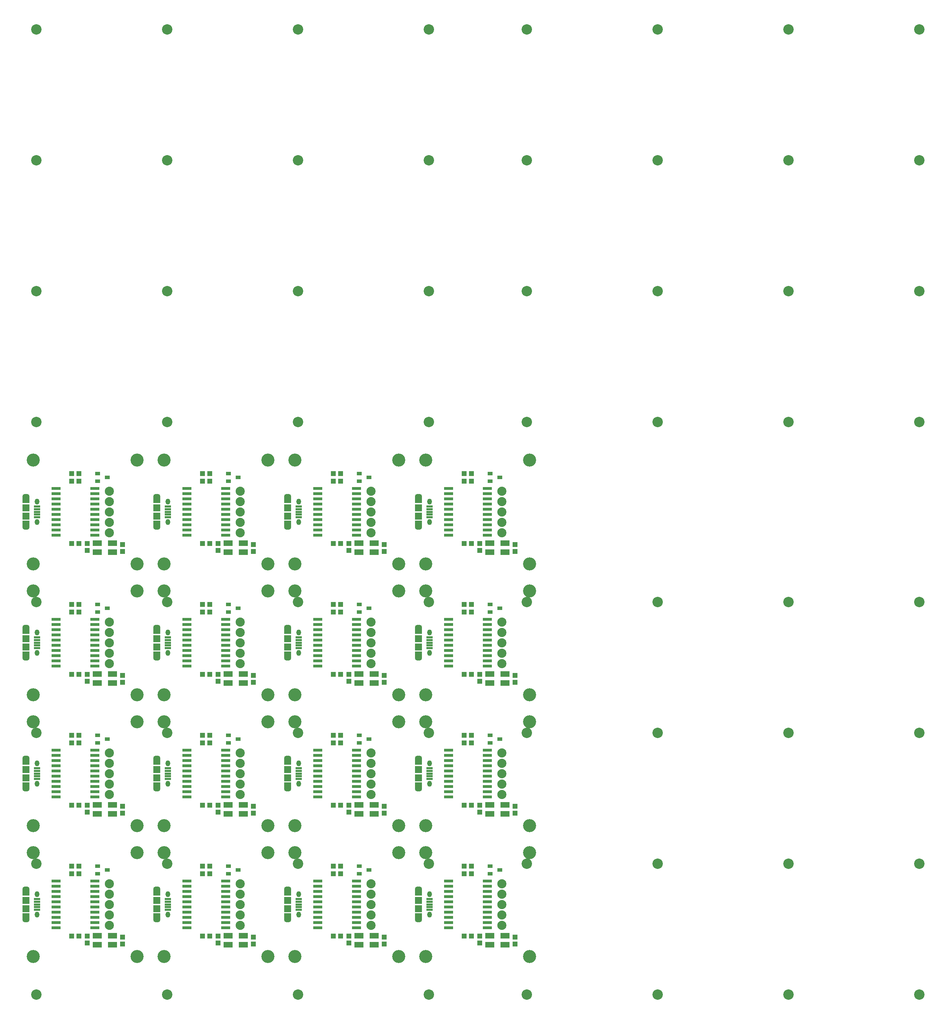
<source format=gts>
G04 DipTrace 2.3.1.0*
%INinterface_TopMask.gts*%
%MOIN*%
%ADD31C,0.1*%
%ADD32C,0.126*%
%ADD38R,0.0492X0.0335*%
%ADD40C,0.0879*%
%ADD42R,0.0689X0.0669*%
%ADD44R,0.0689X0.065*%
%ADD46O,0.0689X0.0472*%
%ADD48O,0.0453X0.0571*%
%ADD50R,0.061X0.0236*%
%ADD52R,0.0512X0.0472*%
%ADD54R,0.0472X0.0512*%
%ADD56R,0.0866X0.0551*%
%ADD58R,0.0866X0.0315*%
%FSLAX44Y44*%
G04*
G70*
G90*
G75*
G01*
%LNTopMask*%
%LPD*%
D58*
X11138Y7987D3*
Y8487D3*
Y8987D3*
Y9487D3*
Y9987D3*
Y10487D3*
Y10987D3*
Y11487D3*
Y11987D3*
Y12487D3*
X7437D3*
Y11987D3*
Y11487D3*
Y10987D3*
Y10487D3*
Y9987D3*
Y9487D3*
Y8987D3*
Y8487D3*
Y7987D3*
D56*
X12857Y7223D3*
X11401D3*
Y6357D3*
X12857D3*
D54*
X10437Y7187D3*
Y6518D3*
X13812Y6437D3*
Y7106D3*
D31*
X5512Y1575D3*
X52756D3*
Y56693D3*
D52*
X8937Y7187D3*
X9606D3*
X8937Y13187D3*
X9606D3*
D31*
X5512Y56693D3*
D50*
X5600Y10749D3*
Y10493D3*
Y10237D3*
Y9981D3*
Y9725D3*
D48*
Y11221D3*
Y9253D3*
D46*
X4537Y11713D3*
Y8761D3*
D44*
Y11428D3*
Y9046D3*
D42*
Y10631D3*
Y9843D3*
D52*
X9606Y13937D3*
X8937D3*
D40*
X12562Y12237D3*
Y11237D3*
Y10237D3*
Y9237D3*
Y8237D3*
D38*
X11437Y13937D3*
Y13189D3*
X12343Y13563D3*
D32*
X15237Y15237D3*
X5237D3*
Y5237D3*
X15237D3*
D58*
X23738Y7987D3*
Y8487D3*
Y8987D3*
Y9487D3*
Y9987D3*
Y10487D3*
Y10987D3*
Y11487D3*
Y11987D3*
Y12487D3*
X20037D3*
Y11987D3*
Y11487D3*
Y10987D3*
Y10487D3*
Y9987D3*
Y9487D3*
Y8987D3*
Y8487D3*
Y7987D3*
D56*
X25457Y7223D3*
X24001D3*
Y6357D3*
X25457D3*
D54*
X23037Y7187D3*
Y6518D3*
X26412Y6437D3*
Y7106D3*
D31*
X18112Y1575D3*
X65356D3*
Y56693D3*
D52*
X21537Y7187D3*
X22206D3*
X21537Y13187D3*
X22206D3*
D31*
X18112Y56693D3*
D50*
X18200Y10749D3*
Y10493D3*
Y10237D3*
Y9981D3*
Y9725D3*
D48*
Y11221D3*
Y9253D3*
D46*
X17137Y11713D3*
Y8761D3*
D44*
Y11428D3*
Y9046D3*
D42*
Y10631D3*
Y9843D3*
D52*
X22206Y13937D3*
X21537D3*
D40*
X25162Y12237D3*
Y11237D3*
Y10237D3*
Y9237D3*
Y8237D3*
D38*
X24037Y13937D3*
Y13189D3*
X24943Y13563D3*
D32*
X27837Y15237D3*
X17837D3*
Y5237D3*
X27837D3*
D58*
X36338Y7987D3*
Y8487D3*
Y8987D3*
Y9487D3*
Y9987D3*
Y10487D3*
Y10987D3*
Y11487D3*
Y11987D3*
Y12487D3*
X32637D3*
Y11987D3*
Y11487D3*
Y10987D3*
Y10487D3*
Y9987D3*
Y9487D3*
Y8987D3*
Y8487D3*
Y7987D3*
D56*
X38057Y7223D3*
X36601D3*
Y6357D3*
X38057D3*
D54*
X35637Y7187D3*
Y6518D3*
X39012Y6437D3*
Y7106D3*
D31*
X30712Y1575D3*
X77956D3*
Y56693D3*
D52*
X34137Y7187D3*
X34806D3*
X34137Y13187D3*
X34806D3*
D31*
X30712Y56693D3*
D50*
X30800Y10749D3*
Y10493D3*
Y10237D3*
Y9981D3*
Y9725D3*
D48*
Y11221D3*
Y9253D3*
D46*
X29737Y11713D3*
Y8761D3*
D44*
Y11428D3*
Y9046D3*
D42*
Y10631D3*
Y9843D3*
D52*
X34806Y13937D3*
X34137D3*
D40*
X37762Y12237D3*
Y11237D3*
Y10237D3*
Y9237D3*
Y8237D3*
D38*
X36637Y13937D3*
Y13189D3*
X37543Y13563D3*
D32*
X40437Y15237D3*
X30437D3*
Y5237D3*
X40437D3*
D58*
X48938Y7987D3*
Y8487D3*
Y8987D3*
Y9487D3*
Y9987D3*
Y10487D3*
Y10987D3*
Y11487D3*
Y11987D3*
Y12487D3*
X45237D3*
Y11987D3*
Y11487D3*
Y10987D3*
Y10487D3*
Y9987D3*
Y9487D3*
Y8987D3*
Y8487D3*
Y7987D3*
D56*
X50657Y7223D3*
X49201D3*
Y6357D3*
X50657D3*
D54*
X48237Y7187D3*
Y6518D3*
X51612Y6437D3*
Y7106D3*
D31*
X43312Y1575D3*
X90556D3*
Y56693D3*
D52*
X46737Y7187D3*
X47406D3*
X46737Y13187D3*
X47406D3*
D31*
X43312Y56693D3*
D50*
X43400Y10749D3*
Y10493D3*
Y10237D3*
Y9981D3*
Y9725D3*
D48*
Y11221D3*
Y9253D3*
D46*
X42337Y11713D3*
Y8761D3*
D44*
Y11428D3*
Y9046D3*
D42*
Y10631D3*
Y9843D3*
D52*
X47406Y13937D3*
X46737D3*
D40*
X50362Y12237D3*
Y11237D3*
Y10237D3*
Y9237D3*
Y8237D3*
D38*
X49237Y13937D3*
Y13189D3*
X50143Y13563D3*
D32*
X53037Y15237D3*
X43037D3*
Y5237D3*
X53037D3*
D58*
X11138Y20587D3*
Y21087D3*
Y21587D3*
Y22087D3*
Y22587D3*
Y23087D3*
Y23587D3*
Y24087D3*
Y24587D3*
Y25087D3*
X7437D3*
Y24587D3*
Y24087D3*
Y23587D3*
Y23087D3*
Y22587D3*
Y22087D3*
Y21587D3*
Y21087D3*
Y20587D3*
D56*
X12857Y19823D3*
X11401D3*
Y18957D3*
X12857D3*
D54*
X10437Y19787D3*
Y19118D3*
X13812Y19037D3*
Y19706D3*
D31*
X5512Y14175D3*
X52756D3*
Y69293D3*
D52*
X8937Y19787D3*
X9606D3*
X8937Y25787D3*
X9606D3*
D31*
X5512Y69293D3*
D50*
X5600Y23349D3*
Y23093D3*
Y22837D3*
Y22581D3*
Y22325D3*
D48*
Y23821D3*
Y21853D3*
D46*
X4537Y24313D3*
Y21361D3*
D44*
Y24028D3*
Y21646D3*
D42*
Y23231D3*
Y22443D3*
D52*
X9606Y26537D3*
X8937D3*
D40*
X12562Y24837D3*
Y23837D3*
Y22837D3*
Y21837D3*
Y20837D3*
D38*
X11437Y26537D3*
Y25789D3*
X12343Y26163D3*
D32*
X15237Y27837D3*
X5237D3*
Y17837D3*
X15237D3*
D58*
X23738Y20587D3*
Y21087D3*
Y21587D3*
Y22087D3*
Y22587D3*
Y23087D3*
Y23587D3*
Y24087D3*
Y24587D3*
Y25087D3*
X20037D3*
Y24587D3*
Y24087D3*
Y23587D3*
Y23087D3*
Y22587D3*
Y22087D3*
Y21587D3*
Y21087D3*
Y20587D3*
D56*
X25457Y19823D3*
X24001D3*
Y18957D3*
X25457D3*
D54*
X23037Y19787D3*
Y19118D3*
X26412Y19037D3*
Y19706D3*
D31*
X18112Y14175D3*
X65356D3*
Y69293D3*
D52*
X21537Y19787D3*
X22206D3*
X21537Y25787D3*
X22206D3*
D31*
X18112Y69293D3*
D50*
X18200Y23349D3*
Y23093D3*
Y22837D3*
Y22581D3*
Y22325D3*
D48*
Y23821D3*
Y21853D3*
D46*
X17137Y24313D3*
Y21361D3*
D44*
Y24028D3*
Y21646D3*
D42*
Y23231D3*
Y22443D3*
D52*
X22206Y26537D3*
X21537D3*
D40*
X25162Y24837D3*
Y23837D3*
Y22837D3*
Y21837D3*
Y20837D3*
D38*
X24037Y26537D3*
Y25789D3*
X24943Y26163D3*
D32*
X27837Y27837D3*
X17837D3*
Y17837D3*
X27837D3*
D58*
X36338Y20587D3*
Y21087D3*
Y21587D3*
Y22087D3*
Y22587D3*
Y23087D3*
Y23587D3*
Y24087D3*
Y24587D3*
Y25087D3*
X32637D3*
Y24587D3*
Y24087D3*
Y23587D3*
Y23087D3*
Y22587D3*
Y22087D3*
Y21587D3*
Y21087D3*
Y20587D3*
D56*
X38057Y19823D3*
X36601D3*
Y18957D3*
X38057D3*
D54*
X35637Y19787D3*
Y19118D3*
X39012Y19037D3*
Y19706D3*
D31*
X30712Y14175D3*
X77956D3*
Y69293D3*
D52*
X34137Y19787D3*
X34806D3*
X34137Y25787D3*
X34806D3*
D31*
X30712Y69293D3*
D50*
X30800Y23349D3*
Y23093D3*
Y22837D3*
Y22581D3*
Y22325D3*
D48*
Y23821D3*
Y21853D3*
D46*
X29737Y24313D3*
Y21361D3*
D44*
Y24028D3*
Y21646D3*
D42*
Y23231D3*
Y22443D3*
D52*
X34806Y26537D3*
X34137D3*
D40*
X37762Y24837D3*
Y23837D3*
Y22837D3*
Y21837D3*
Y20837D3*
D38*
X36637Y26537D3*
Y25789D3*
X37543Y26163D3*
D32*
X40437Y27837D3*
X30437D3*
Y17837D3*
X40437D3*
D58*
X48938Y20587D3*
Y21087D3*
Y21587D3*
Y22087D3*
Y22587D3*
Y23087D3*
Y23587D3*
Y24087D3*
Y24587D3*
Y25087D3*
X45237D3*
Y24587D3*
Y24087D3*
Y23587D3*
Y23087D3*
Y22587D3*
Y22087D3*
Y21587D3*
Y21087D3*
Y20587D3*
D56*
X50657Y19823D3*
X49201D3*
Y18957D3*
X50657D3*
D54*
X48237Y19787D3*
Y19118D3*
X51612Y19037D3*
Y19706D3*
D31*
X43312Y14175D3*
X90556D3*
Y69293D3*
D52*
X46737Y19787D3*
X47406D3*
X46737Y25787D3*
X47406D3*
D31*
X43312Y69293D3*
D50*
X43400Y23349D3*
Y23093D3*
Y22837D3*
Y22581D3*
Y22325D3*
D48*
Y23821D3*
Y21853D3*
D46*
X42337Y24313D3*
Y21361D3*
D44*
Y24028D3*
Y21646D3*
D42*
Y23231D3*
Y22443D3*
D52*
X47406Y26537D3*
X46737D3*
D40*
X50362Y24837D3*
Y23837D3*
Y22837D3*
Y21837D3*
Y20837D3*
D38*
X49237Y26537D3*
Y25789D3*
X50143Y26163D3*
D32*
X53037Y27837D3*
X43037D3*
Y17837D3*
X53037D3*
D58*
X11138Y33187D3*
Y33687D3*
Y34187D3*
Y34687D3*
Y35187D3*
Y35687D3*
Y36187D3*
Y36687D3*
Y37187D3*
Y37687D3*
X7437D3*
Y37187D3*
Y36687D3*
Y36187D3*
Y35687D3*
Y35187D3*
Y34687D3*
Y34187D3*
Y33687D3*
Y33187D3*
D56*
X12857Y32423D3*
X11401D3*
Y31557D3*
X12857D3*
D54*
X10437Y32387D3*
Y31718D3*
X13812Y31637D3*
Y32306D3*
D31*
X5512Y26775D3*
X52756D3*
Y81893D3*
D52*
X8937Y32387D3*
X9606D3*
X8937Y38387D3*
X9606D3*
D31*
X5512Y81893D3*
D50*
X5600Y35949D3*
Y35693D3*
Y35437D3*
Y35181D3*
Y34925D3*
D48*
Y36421D3*
Y34453D3*
D46*
X4537Y36913D3*
Y33961D3*
D44*
Y36628D3*
Y34246D3*
D42*
Y35831D3*
Y35043D3*
D52*
X9606Y39137D3*
X8937D3*
D40*
X12562Y37437D3*
Y36437D3*
Y35437D3*
Y34437D3*
Y33437D3*
D38*
X11437Y39137D3*
Y38389D3*
X12343Y38763D3*
D32*
X15237Y40437D3*
X5237D3*
Y30437D3*
X15237D3*
D58*
X23738Y33187D3*
Y33687D3*
Y34187D3*
Y34687D3*
Y35187D3*
Y35687D3*
Y36187D3*
Y36687D3*
Y37187D3*
Y37687D3*
X20037D3*
Y37187D3*
Y36687D3*
Y36187D3*
Y35687D3*
Y35187D3*
Y34687D3*
Y34187D3*
Y33687D3*
Y33187D3*
D56*
X25457Y32423D3*
X24001D3*
Y31557D3*
X25457D3*
D54*
X23037Y32387D3*
Y31718D3*
X26412Y31637D3*
Y32306D3*
D31*
X18112Y26775D3*
X65356D3*
Y81893D3*
D52*
X21537Y32387D3*
X22206D3*
X21537Y38387D3*
X22206D3*
D31*
X18112Y81893D3*
D50*
X18200Y35949D3*
Y35693D3*
Y35437D3*
Y35181D3*
Y34925D3*
D48*
Y36421D3*
Y34453D3*
D46*
X17137Y36913D3*
Y33961D3*
D44*
Y36628D3*
Y34246D3*
D42*
Y35831D3*
Y35043D3*
D52*
X22206Y39137D3*
X21537D3*
D40*
X25162Y37437D3*
Y36437D3*
Y35437D3*
Y34437D3*
Y33437D3*
D38*
X24037Y39137D3*
Y38389D3*
X24943Y38763D3*
D32*
X27837Y40437D3*
X17837D3*
Y30437D3*
X27837D3*
D58*
X36338Y33187D3*
Y33687D3*
Y34187D3*
Y34687D3*
Y35187D3*
Y35687D3*
Y36187D3*
Y36687D3*
Y37187D3*
Y37687D3*
X32637D3*
Y37187D3*
Y36687D3*
Y36187D3*
Y35687D3*
Y35187D3*
Y34687D3*
Y34187D3*
Y33687D3*
Y33187D3*
D56*
X38057Y32423D3*
X36601D3*
Y31557D3*
X38057D3*
D54*
X35637Y32387D3*
Y31718D3*
X39012Y31637D3*
Y32306D3*
D31*
X30712Y26775D3*
X77956D3*
Y81893D3*
D52*
X34137Y32387D3*
X34806D3*
X34137Y38387D3*
X34806D3*
D31*
X30712Y81893D3*
D50*
X30800Y35949D3*
Y35693D3*
Y35437D3*
Y35181D3*
Y34925D3*
D48*
Y36421D3*
Y34453D3*
D46*
X29737Y36913D3*
Y33961D3*
D44*
Y36628D3*
Y34246D3*
D42*
Y35831D3*
Y35043D3*
D52*
X34806Y39137D3*
X34137D3*
D40*
X37762Y37437D3*
Y36437D3*
Y35437D3*
Y34437D3*
Y33437D3*
D38*
X36637Y39137D3*
Y38389D3*
X37543Y38763D3*
D32*
X40437Y40437D3*
X30437D3*
Y30437D3*
X40437D3*
D58*
X48938Y33187D3*
Y33687D3*
Y34187D3*
Y34687D3*
Y35187D3*
Y35687D3*
Y36187D3*
Y36687D3*
Y37187D3*
Y37687D3*
X45237D3*
Y37187D3*
Y36687D3*
Y36187D3*
Y35687D3*
Y35187D3*
Y34687D3*
Y34187D3*
Y33687D3*
Y33187D3*
D56*
X50657Y32423D3*
X49201D3*
Y31557D3*
X50657D3*
D54*
X48237Y32387D3*
Y31718D3*
X51612Y31637D3*
Y32306D3*
D31*
X43312Y26775D3*
X90556D3*
Y81893D3*
D52*
X46737Y32387D3*
X47406D3*
X46737Y38387D3*
X47406D3*
D31*
X43312Y81893D3*
D50*
X43400Y35949D3*
Y35693D3*
Y35437D3*
Y35181D3*
Y34925D3*
D48*
Y36421D3*
Y34453D3*
D46*
X42337Y36913D3*
Y33961D3*
D44*
Y36628D3*
Y34246D3*
D42*
Y35831D3*
Y35043D3*
D52*
X47406Y39137D3*
X46737D3*
D40*
X50362Y37437D3*
Y36437D3*
Y35437D3*
Y34437D3*
Y33437D3*
D38*
X49237Y39137D3*
Y38389D3*
X50143Y38763D3*
D32*
X53037Y40437D3*
X43037D3*
Y30437D3*
X53037D3*
D58*
X11138Y45787D3*
Y46287D3*
Y46787D3*
Y47287D3*
Y47787D3*
Y48287D3*
Y48787D3*
Y49287D3*
Y49787D3*
Y50287D3*
X7437D3*
Y49787D3*
Y49287D3*
Y48787D3*
Y48287D3*
Y47787D3*
Y47287D3*
Y46787D3*
Y46287D3*
Y45787D3*
D56*
X12857Y45023D3*
X11401D3*
Y44157D3*
X12857D3*
D54*
X10437Y44987D3*
Y44318D3*
X13812Y44237D3*
Y44906D3*
D31*
X5512Y39375D3*
X52756D3*
Y94493D3*
D52*
X8937Y44987D3*
X9606D3*
X8937Y50987D3*
X9606D3*
D31*
X5512Y94493D3*
D50*
X5600Y48549D3*
Y48293D3*
Y48037D3*
Y47781D3*
Y47525D3*
D48*
Y49021D3*
Y47053D3*
D46*
X4537Y49513D3*
Y46561D3*
D44*
Y49228D3*
Y46846D3*
D42*
Y48431D3*
Y47643D3*
D52*
X9606Y51737D3*
X8937D3*
D40*
X12562Y50037D3*
Y49037D3*
Y48037D3*
Y47037D3*
Y46037D3*
D38*
X11437Y51737D3*
Y50989D3*
X12343Y51363D3*
D32*
X15237Y53037D3*
X5237D3*
Y43037D3*
X15237D3*
D58*
X23738Y45787D3*
Y46287D3*
Y46787D3*
Y47287D3*
Y47787D3*
Y48287D3*
Y48787D3*
Y49287D3*
Y49787D3*
Y50287D3*
X20037D3*
Y49787D3*
Y49287D3*
Y48787D3*
Y48287D3*
Y47787D3*
Y47287D3*
Y46787D3*
Y46287D3*
Y45787D3*
D56*
X25457Y45023D3*
X24001D3*
Y44157D3*
X25457D3*
D54*
X23037Y44987D3*
Y44318D3*
X26412Y44237D3*
Y44906D3*
D31*
X18112Y39375D3*
X65356D3*
Y94493D3*
D52*
X21537Y44987D3*
X22206D3*
X21537Y50987D3*
X22206D3*
D31*
X18112Y94493D3*
D50*
X18200Y48549D3*
Y48293D3*
Y48037D3*
Y47781D3*
Y47525D3*
D48*
Y49021D3*
Y47053D3*
D46*
X17137Y49513D3*
Y46561D3*
D44*
Y49228D3*
Y46846D3*
D42*
Y48431D3*
Y47643D3*
D52*
X22206Y51737D3*
X21537D3*
D40*
X25162Y50037D3*
Y49037D3*
Y48037D3*
Y47037D3*
Y46037D3*
D38*
X24037Y51737D3*
Y50989D3*
X24943Y51363D3*
D32*
X27837Y53037D3*
X17837D3*
Y43037D3*
X27837D3*
D58*
X36338Y45787D3*
Y46287D3*
Y46787D3*
Y47287D3*
Y47787D3*
Y48287D3*
Y48787D3*
Y49287D3*
Y49787D3*
Y50287D3*
X32637D3*
Y49787D3*
Y49287D3*
Y48787D3*
Y48287D3*
Y47787D3*
Y47287D3*
Y46787D3*
Y46287D3*
Y45787D3*
D56*
X38057Y45023D3*
X36601D3*
Y44157D3*
X38057D3*
D54*
X35637Y44987D3*
Y44318D3*
X39012Y44237D3*
Y44906D3*
D31*
X30712Y39375D3*
X77956D3*
Y94493D3*
D52*
X34137Y44987D3*
X34806D3*
X34137Y50987D3*
X34806D3*
D31*
X30712Y94493D3*
D50*
X30800Y48549D3*
Y48293D3*
Y48037D3*
Y47781D3*
Y47525D3*
D48*
Y49021D3*
Y47053D3*
D46*
X29737Y49513D3*
Y46561D3*
D44*
Y49228D3*
Y46846D3*
D42*
Y48431D3*
Y47643D3*
D52*
X34806Y51737D3*
X34137D3*
D40*
X37762Y50037D3*
Y49037D3*
Y48037D3*
Y47037D3*
Y46037D3*
D38*
X36637Y51737D3*
Y50989D3*
X37543Y51363D3*
D32*
X40437Y53037D3*
X30437D3*
Y43037D3*
X40437D3*
D58*
X48938Y45787D3*
Y46287D3*
Y46787D3*
Y47287D3*
Y47787D3*
Y48287D3*
Y48787D3*
Y49287D3*
Y49787D3*
Y50287D3*
X45237D3*
Y49787D3*
Y49287D3*
Y48787D3*
Y48287D3*
Y47787D3*
Y47287D3*
Y46787D3*
Y46287D3*
Y45787D3*
D56*
X50657Y45023D3*
X49201D3*
Y44157D3*
X50657D3*
D54*
X48237Y44987D3*
Y44318D3*
X51612Y44237D3*
Y44906D3*
D31*
X43312Y39375D3*
X90556D3*
Y94493D3*
D52*
X46737Y44987D3*
X47406D3*
X46737Y50987D3*
X47406D3*
D31*
X43312Y94493D3*
D50*
X43400Y48549D3*
Y48293D3*
Y48037D3*
Y47781D3*
Y47525D3*
D48*
Y49021D3*
Y47053D3*
D46*
X42337Y49513D3*
Y46561D3*
D44*
Y49228D3*
Y46846D3*
D42*
Y48431D3*
Y47643D3*
D52*
X47406Y51737D3*
X46737D3*
D40*
X50362Y50037D3*
Y49037D3*
Y48037D3*
Y47037D3*
Y46037D3*
D38*
X49237Y51737D3*
Y50989D3*
X50143Y51363D3*
D32*
X53037Y53037D3*
X43037D3*
Y43037D3*
X53037D3*
M02*

</source>
